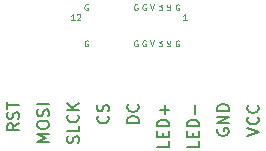
<source format=gbr>
G04 #@! TF.GenerationSoftware,KiCad,Pcbnew,5.0.0+dfsg1-2~bpo9+1*
G04 #@! TF.CreationDate,2018-10-30T11:56:53+00:00*
G04 #@! TF.ProjectId,13_screen_breakout,31335F73637265656E5F627265616B6F,rev?*
G04 #@! TF.SameCoordinates,Original*
G04 #@! TF.FileFunction,Legend,Top*
G04 #@! TF.FilePolarity,Positive*
%FSLAX46Y46*%
G04 Gerber Fmt 4.6, Leading zero omitted, Abs format (unit mm)*
G04 Created by KiCad (PCBNEW 5.0.0+dfsg1-2~bpo9+1) date Tue Oct 30 11:56:53 2018*
%MOMM*%
%LPD*%
G01*
G04 APERTURE LIST*
%ADD10C,0.125000*%
%ADD11C,0.075000*%
%ADD12C,0.150000*%
G04 APERTURE END LIST*
G04 #@! TO.C,U1*
D10*
X161080597Y-108628310D02*
X160794882Y-108628310D01*
X160937740Y-108628310D02*
X160937740Y-108128310D01*
X160890120Y-108199739D01*
X160842501Y-108247358D01*
X160794882Y-108271167D01*
X151584201Y-108641010D02*
X151298487Y-108641010D01*
X151441344Y-108641010D02*
X151441344Y-108141010D01*
X151393725Y-108212439D01*
X151346106Y-108260058D01*
X151298487Y-108283867D01*
X151774678Y-108188629D02*
X151798487Y-108164820D01*
X151846106Y-108141010D01*
X151965154Y-108141010D01*
X152012773Y-108164820D01*
X152036582Y-108188629D01*
X152060392Y-108236248D01*
X152060392Y-108283867D01*
X152036582Y-108355296D01*
X151750868Y-108641010D01*
X152060392Y-108641010D01*
X160420992Y-107339320D02*
X160373373Y-107315510D01*
X160301944Y-107315510D01*
X160230516Y-107339320D01*
X160182897Y-107386939D01*
X160159087Y-107434558D01*
X160135278Y-107529796D01*
X160135278Y-107601224D01*
X160159087Y-107696462D01*
X160182897Y-107744081D01*
X160230516Y-107791700D01*
X160301944Y-107815510D01*
X160349563Y-107815510D01*
X160420992Y-107791700D01*
X160444801Y-107767891D01*
X160444801Y-107601224D01*
X160349563Y-107601224D01*
X157614292Y-107326620D02*
X157566673Y-107302810D01*
X157495244Y-107302810D01*
X157423816Y-107326620D01*
X157376197Y-107374239D01*
X157352387Y-107421858D01*
X157328578Y-107517096D01*
X157328578Y-107588524D01*
X157352387Y-107683762D01*
X157376197Y-107731381D01*
X157423816Y-107779000D01*
X157495244Y-107802810D01*
X157542863Y-107802810D01*
X157614292Y-107779000D01*
X157638101Y-107755191D01*
X157638101Y-107588524D01*
X157542863Y-107588524D01*
X156903092Y-107326620D02*
X156855473Y-107302810D01*
X156784044Y-107302810D01*
X156712616Y-107326620D01*
X156664997Y-107374239D01*
X156641187Y-107421858D01*
X156617378Y-107517096D01*
X156617378Y-107588524D01*
X156641187Y-107683762D01*
X156664997Y-107731381D01*
X156712616Y-107779000D01*
X156784044Y-107802810D01*
X156831663Y-107802810D01*
X156903092Y-107779000D01*
X156926901Y-107755191D01*
X156926901Y-107588524D01*
X156831663Y-107588524D01*
X152699392Y-107326620D02*
X152651773Y-107302810D01*
X152580344Y-107302810D01*
X152508916Y-107326620D01*
X152461297Y-107374239D01*
X152437487Y-107421858D01*
X152413678Y-107517096D01*
X152413678Y-107588524D01*
X152437487Y-107683762D01*
X152461297Y-107731381D01*
X152508916Y-107779000D01*
X152580344Y-107802810D01*
X152627963Y-107802810D01*
X152699392Y-107779000D01*
X152723201Y-107755191D01*
X152723201Y-107588524D01*
X152627963Y-107588524D01*
X160420992Y-110400020D02*
X160373373Y-110376210D01*
X160301944Y-110376210D01*
X160230516Y-110400020D01*
X160182897Y-110447639D01*
X160159087Y-110495258D01*
X160135278Y-110590496D01*
X160135278Y-110661924D01*
X160159087Y-110757162D01*
X160182897Y-110804781D01*
X160230516Y-110852400D01*
X160301944Y-110876210D01*
X160349563Y-110876210D01*
X160420992Y-110852400D01*
X160444801Y-110828591D01*
X160444801Y-110661924D01*
X160349563Y-110661924D01*
X157601592Y-110400020D02*
X157553973Y-110376210D01*
X157482544Y-110376210D01*
X157411116Y-110400020D01*
X157363497Y-110447639D01*
X157339687Y-110495258D01*
X157315878Y-110590496D01*
X157315878Y-110661924D01*
X157339687Y-110757162D01*
X157363497Y-110804781D01*
X157411116Y-110852400D01*
X157482544Y-110876210D01*
X157530163Y-110876210D01*
X157601592Y-110852400D01*
X157625401Y-110828591D01*
X157625401Y-110661924D01*
X157530163Y-110661924D01*
X156903092Y-110400020D02*
X156855473Y-110376210D01*
X156784044Y-110376210D01*
X156712616Y-110400020D01*
X156664997Y-110447639D01*
X156641187Y-110495258D01*
X156617378Y-110590496D01*
X156617378Y-110661924D01*
X156641187Y-110757162D01*
X156664997Y-110804781D01*
X156712616Y-110852400D01*
X156784044Y-110876210D01*
X156831663Y-110876210D01*
X156903092Y-110852400D01*
X156926901Y-110828591D01*
X156926901Y-110661924D01*
X156831663Y-110661924D01*
X152712092Y-110400020D02*
X152664473Y-110376210D01*
X152593044Y-110376210D01*
X152521616Y-110400020D01*
X152473997Y-110447639D01*
X152450187Y-110495258D01*
X152426378Y-110590496D01*
X152426378Y-110661924D01*
X152450187Y-110757162D01*
X152473997Y-110804781D01*
X152521616Y-110852400D01*
X152593044Y-110876210D01*
X152640663Y-110876210D01*
X152712092Y-110852400D01*
X152735901Y-110828591D01*
X152735901Y-110661924D01*
X152640663Y-110661924D01*
X157989773Y-110376210D02*
X158156440Y-110876210D01*
X158323106Y-110376210D01*
X157989773Y-107302810D02*
X158156440Y-107802810D01*
X158323106Y-107302810D01*
D11*
X159701854Y-107646462D02*
X159701854Y-107789320D01*
X159401854Y-107789320D01*
X159673282Y-107375034D02*
X159687568Y-107389320D01*
X159701854Y-107432177D01*
X159701854Y-107460748D01*
X159687568Y-107503605D01*
X159658997Y-107532177D01*
X159630425Y-107546462D01*
X159573282Y-107560748D01*
X159530425Y-107560748D01*
X159473282Y-107546462D01*
X159444711Y-107532177D01*
X159416140Y-107503605D01*
X159401854Y-107460748D01*
X159401854Y-107432177D01*
X159416140Y-107389320D01*
X159430425Y-107375034D01*
X159701854Y-110719862D02*
X159701854Y-110862720D01*
X159401854Y-110862720D01*
X159673282Y-110448434D02*
X159687568Y-110462720D01*
X159701854Y-110505577D01*
X159701854Y-110534148D01*
X159687568Y-110577005D01*
X159658997Y-110605577D01*
X159630425Y-110619862D01*
X159573282Y-110634148D01*
X159530425Y-110634148D01*
X159473282Y-110619862D01*
X159444711Y-110605577D01*
X159416140Y-110577005D01*
X159401854Y-110534148D01*
X159401854Y-110505577D01*
X159416140Y-110462720D01*
X159430425Y-110448434D01*
X159016054Y-110698434D02*
X159016054Y-110841291D01*
X158716054Y-110841291D01*
X158930340Y-110612720D02*
X158930340Y-110469862D01*
X159016054Y-110641291D02*
X158716054Y-110541291D01*
X159016054Y-110441291D01*
X159016054Y-107625034D02*
X159016054Y-107767891D01*
X158716054Y-107767891D01*
X158930340Y-107539320D02*
X158930340Y-107396462D01*
X159016054Y-107567891D02*
X158716054Y-107467891D01*
X159016054Y-107367891D01*
G04 #@! TO.C,U2*
D12*
X166200840Y-118442573D02*
X167200840Y-118109240D01*
X166200840Y-117775906D01*
X167105602Y-116871144D02*
X167153221Y-116918763D01*
X167200840Y-117061620D01*
X167200840Y-117156859D01*
X167153221Y-117299716D01*
X167057983Y-117394954D01*
X166962745Y-117442573D01*
X166772269Y-117490192D01*
X166629412Y-117490192D01*
X166438936Y-117442573D01*
X166343698Y-117394954D01*
X166248460Y-117299716D01*
X166200840Y-117156859D01*
X166200840Y-117061620D01*
X166248460Y-116918763D01*
X166296079Y-116871144D01*
X167105602Y-115871144D02*
X167153221Y-115918763D01*
X167200840Y-116061620D01*
X167200840Y-116156859D01*
X167153221Y-116299716D01*
X167057983Y-116394954D01*
X166962745Y-116442573D01*
X166772269Y-116490192D01*
X166629412Y-116490192D01*
X166438936Y-116442573D01*
X166343698Y-116394954D01*
X166248460Y-116299716D01*
X166200840Y-116156859D01*
X166200840Y-116061620D01*
X166248460Y-115918763D01*
X166296079Y-115871144D01*
X163708460Y-117871144D02*
X163660840Y-117966382D01*
X163660840Y-118109240D01*
X163708460Y-118252097D01*
X163803698Y-118347335D01*
X163898936Y-118394954D01*
X164089412Y-118442573D01*
X164232269Y-118442573D01*
X164422745Y-118394954D01*
X164517983Y-118347335D01*
X164613221Y-118252097D01*
X164660840Y-118109240D01*
X164660840Y-118014001D01*
X164613221Y-117871144D01*
X164565602Y-117823525D01*
X164232269Y-117823525D01*
X164232269Y-118014001D01*
X164660840Y-117394954D02*
X163660840Y-117394954D01*
X164660840Y-116823525D01*
X163660840Y-116823525D01*
X164660840Y-116347335D02*
X163660840Y-116347335D01*
X163660840Y-116109240D01*
X163708460Y-115966382D01*
X163803698Y-115871144D01*
X163898936Y-115823525D01*
X164089412Y-115775906D01*
X164232269Y-115775906D01*
X164422745Y-115823525D01*
X164517983Y-115871144D01*
X164613221Y-115966382D01*
X164660840Y-116109240D01*
X164660840Y-116347335D01*
X162120840Y-118879144D02*
X162120840Y-119355335D01*
X161120840Y-119355335D01*
X161597031Y-118545811D02*
X161597031Y-118212478D01*
X162120840Y-118069620D02*
X162120840Y-118545811D01*
X161120840Y-118545811D01*
X161120840Y-118069620D01*
X162120840Y-117641049D02*
X161120840Y-117641049D01*
X161120840Y-117402954D01*
X161168460Y-117260097D01*
X161263698Y-117164859D01*
X161358936Y-117117240D01*
X161549412Y-117069620D01*
X161692269Y-117069620D01*
X161882745Y-117117240D01*
X161977983Y-117164859D01*
X162073221Y-117260097D01*
X162120840Y-117402954D01*
X162120840Y-117641049D01*
X161739888Y-116641049D02*
X161739888Y-115879144D01*
X159580840Y-118879144D02*
X159580840Y-119355335D01*
X158580840Y-119355335D01*
X159057031Y-118545811D02*
X159057031Y-118212478D01*
X159580840Y-118069620D02*
X159580840Y-118545811D01*
X158580840Y-118545811D01*
X158580840Y-118069620D01*
X159580840Y-117641049D02*
X158580840Y-117641049D01*
X158580840Y-117402954D01*
X158628460Y-117260097D01*
X158723698Y-117164859D01*
X158818936Y-117117240D01*
X159009412Y-117069620D01*
X159152269Y-117069620D01*
X159342745Y-117117240D01*
X159437983Y-117164859D01*
X159533221Y-117260097D01*
X159580840Y-117402954D01*
X159580840Y-117641049D01*
X159199888Y-116641049D02*
X159199888Y-115879144D01*
X159580840Y-116260097D02*
X158818936Y-116260097D01*
X157040840Y-117363144D02*
X156040840Y-117363144D01*
X156040840Y-117125049D01*
X156088460Y-116982192D01*
X156183698Y-116886954D01*
X156278936Y-116839335D01*
X156469412Y-116791716D01*
X156612269Y-116791716D01*
X156802745Y-116839335D01*
X156897983Y-116886954D01*
X156993221Y-116982192D01*
X157040840Y-117125049D01*
X157040840Y-117363144D01*
X156945602Y-115791716D02*
X156993221Y-115839335D01*
X157040840Y-115982192D01*
X157040840Y-116077430D01*
X156993221Y-116220287D01*
X156897983Y-116315525D01*
X156802745Y-116363144D01*
X156612269Y-116410763D01*
X156469412Y-116410763D01*
X156278936Y-116363144D01*
X156183698Y-116315525D01*
X156088460Y-116220287D01*
X156040840Y-116077430D01*
X156040840Y-115982192D01*
X156088460Y-115839335D01*
X156136079Y-115791716D01*
X154405602Y-116767906D02*
X154453221Y-116815525D01*
X154500840Y-116958382D01*
X154500840Y-117053620D01*
X154453221Y-117196478D01*
X154357983Y-117291716D01*
X154262745Y-117339335D01*
X154072269Y-117386954D01*
X153929412Y-117386954D01*
X153738936Y-117339335D01*
X153643698Y-117291716D01*
X153548460Y-117196478D01*
X153500840Y-117053620D01*
X153500840Y-116958382D01*
X153548460Y-116815525D01*
X153596079Y-116767906D01*
X154453221Y-116386954D02*
X154500840Y-116244097D01*
X154500840Y-116006001D01*
X154453221Y-115910763D01*
X154405602Y-115863144D01*
X154310364Y-115815525D01*
X154215126Y-115815525D01*
X154119888Y-115863144D01*
X154072269Y-115910763D01*
X154024650Y-116006001D01*
X153977031Y-116196478D01*
X153929412Y-116291716D01*
X153881793Y-116339335D01*
X153786555Y-116386954D01*
X153691317Y-116386954D01*
X153596079Y-116339335D01*
X153548460Y-116291716D01*
X153500840Y-116196478D01*
X153500840Y-115958382D01*
X153548460Y-115815525D01*
X151913221Y-119053716D02*
X151960840Y-118910859D01*
X151960840Y-118672763D01*
X151913221Y-118577525D01*
X151865602Y-118529906D01*
X151770364Y-118482287D01*
X151675126Y-118482287D01*
X151579888Y-118529906D01*
X151532269Y-118577525D01*
X151484650Y-118672763D01*
X151437031Y-118863240D01*
X151389412Y-118958478D01*
X151341793Y-119006097D01*
X151246555Y-119053716D01*
X151151317Y-119053716D01*
X151056079Y-119006097D01*
X151008460Y-118958478D01*
X150960840Y-118863240D01*
X150960840Y-118625144D01*
X151008460Y-118482287D01*
X151960840Y-117577525D02*
X151960840Y-118053716D01*
X150960840Y-118053716D01*
X151865602Y-116672763D02*
X151913221Y-116720382D01*
X151960840Y-116863240D01*
X151960840Y-116958478D01*
X151913221Y-117101335D01*
X151817983Y-117196573D01*
X151722745Y-117244192D01*
X151532269Y-117291811D01*
X151389412Y-117291811D01*
X151198936Y-117244192D01*
X151103698Y-117196573D01*
X151008460Y-117101335D01*
X150960840Y-116958478D01*
X150960840Y-116863240D01*
X151008460Y-116720382D01*
X151056079Y-116672763D01*
X151960840Y-116244192D02*
X150960840Y-116244192D01*
X151960840Y-115672763D02*
X151389412Y-116101335D01*
X150960840Y-115672763D02*
X151532269Y-116244192D01*
X149420840Y-118934668D02*
X148420840Y-118934668D01*
X149135126Y-118601335D01*
X148420840Y-118268001D01*
X149420840Y-118268001D01*
X148420840Y-117601335D02*
X148420840Y-117410859D01*
X148468460Y-117315620D01*
X148563698Y-117220382D01*
X148754174Y-117172763D01*
X149087507Y-117172763D01*
X149277983Y-117220382D01*
X149373221Y-117315620D01*
X149420840Y-117410859D01*
X149420840Y-117601335D01*
X149373221Y-117696573D01*
X149277983Y-117791811D01*
X149087507Y-117839430D01*
X148754174Y-117839430D01*
X148563698Y-117791811D01*
X148468460Y-117696573D01*
X148420840Y-117601335D01*
X149373221Y-116791811D02*
X149420840Y-116648954D01*
X149420840Y-116410859D01*
X149373221Y-116315620D01*
X149325602Y-116268001D01*
X149230364Y-116220382D01*
X149135126Y-116220382D01*
X149039888Y-116268001D01*
X148992269Y-116315620D01*
X148944650Y-116410859D01*
X148897031Y-116601335D01*
X148849412Y-116696573D01*
X148801793Y-116744192D01*
X148706555Y-116791811D01*
X148611317Y-116791811D01*
X148516079Y-116744192D01*
X148468460Y-116696573D01*
X148420840Y-116601335D01*
X148420840Y-116363240D01*
X148468460Y-116220382D01*
X149420840Y-115791811D02*
X148420840Y-115791811D01*
X146880840Y-117402859D02*
X146404650Y-117736192D01*
X146880840Y-117974287D02*
X145880840Y-117974287D01*
X145880840Y-117593335D01*
X145928460Y-117498097D01*
X145976079Y-117450478D01*
X146071317Y-117402859D01*
X146214174Y-117402859D01*
X146309412Y-117450478D01*
X146357031Y-117498097D01*
X146404650Y-117593335D01*
X146404650Y-117974287D01*
X146833221Y-117021906D02*
X146880840Y-116879049D01*
X146880840Y-116640954D01*
X146833221Y-116545716D01*
X146785602Y-116498097D01*
X146690364Y-116450478D01*
X146595126Y-116450478D01*
X146499888Y-116498097D01*
X146452269Y-116545716D01*
X146404650Y-116640954D01*
X146357031Y-116831430D01*
X146309412Y-116926668D01*
X146261793Y-116974287D01*
X146166555Y-117021906D01*
X146071317Y-117021906D01*
X145976079Y-116974287D01*
X145928460Y-116926668D01*
X145880840Y-116831430D01*
X145880840Y-116593335D01*
X145928460Y-116450478D01*
X145880840Y-116164763D02*
X145880840Y-115593335D01*
X146880840Y-115879049D02*
X145880840Y-115879049D01*
G04 #@! TD*
M02*

</source>
